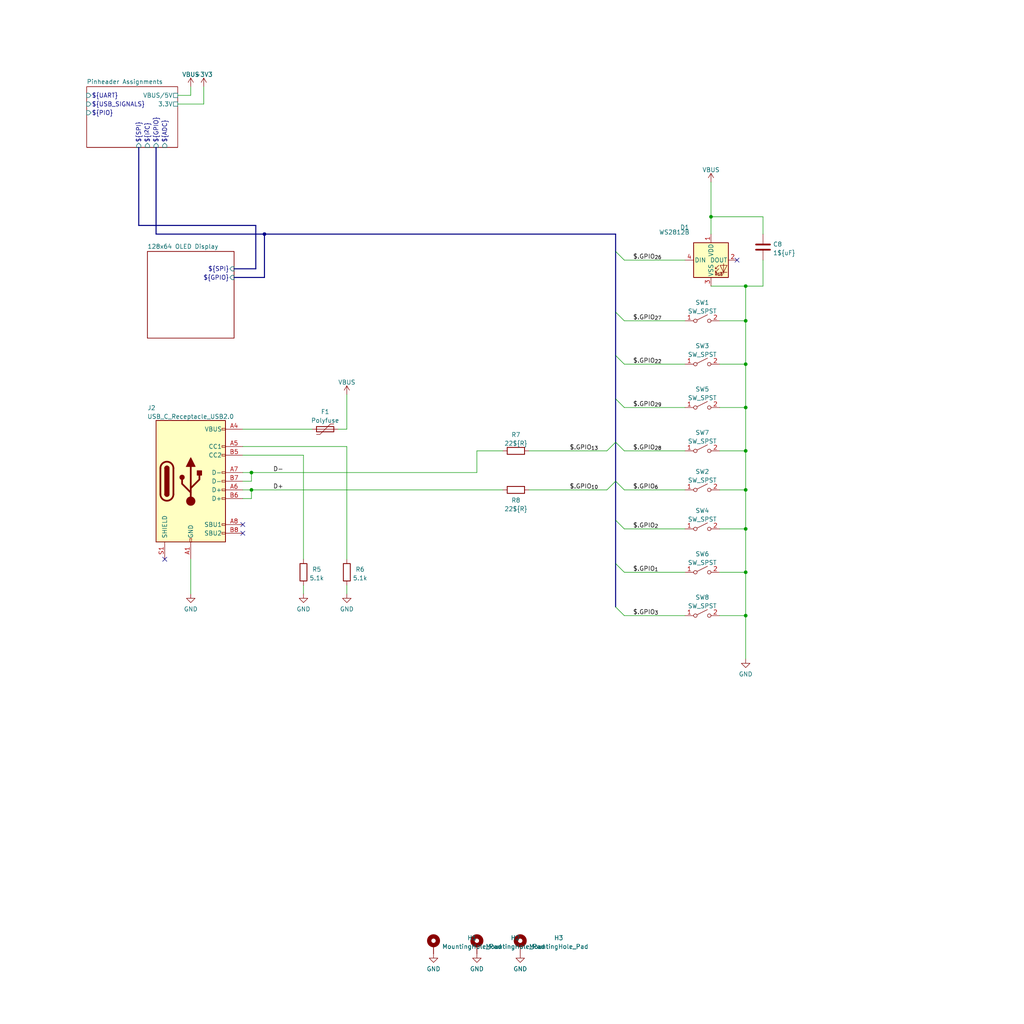
<source format=kicad_sch>
(kicad_sch (version 20211123) (generator eeschema)
  (paper "User" 299.999 299.999)
  (title_block (title "BOARD_NAME") (date "2022-06-23") (rev "1.0.0") (company "Michael W. Lloyd"))
  (lib_symbols
    (symbol "1.Power.Fuses:Polyfuse" (pin_numbers hide) (pin_names (offset 0))
      (property "Reference" "F" (at -2.54 0 90))
      (property "Value" "Polyfuse" (at 2.54 0 90))
      (symbol "Polyfuse_0_1"
        (rectangle (start -0.762 2.54) (end 0.762 -2.54) (stroke (width 0.254)))
        (polyline (pts (xy 0 2.54) (xy 0 -2.54)))
        (polyline (pts (xy -1.524 2.54) (xy -1.524 1.524) (xy 1.524 -1.524) (xy 1.524 -2.54)))
      )
      (symbol "Polyfuse_1_1"
        (pin passive line (at 0 3.81 270) (length 1.27) (name "~") (number "1"))
        (pin passive line (at 0 -3.81 90) (length 1.27) (name "~") (number "2"))
      )
    )
    (symbol "4ms_Power-symbol:+3.3V" (power) (pin_names (offset 0))
      (property "Value" "+3.3V" (at 0 3.556 0))
      (symbol "+3.3V_0_1"
        (polyline (pts (xy -0.762 1.27) (xy 0 2.54)))
        (polyline (pts (xy 0 0) (xy 0 2.54)))
        (polyline (pts (xy 0 2.54) (xy 0.762 1.27)))
      )
      (symbol "+3.3V_1_1"
        (pin power_in line (at 0 0 90) (length 0) hide (name "+3V3") (number "1"))
      )
    )
    (symbol "4ms_Power-symbol:GND" (power) (pin_names (offset 0))
      (property "Value" "GND" (at 0 -3.81 0))
      (symbol "GND_0_1"
        (polyline (pts (xy 0 0) (xy 0 -1.27) (xy 1.27 -1.27) (xy 0 -2.54) (xy -1.27 -1.27) (xy 0 -1.27)))
      )
      (symbol "GND_1_1"
        (pin power_in line (at 0 0 270) (length 0) hide (name "GND") (number "1"))
      )
    )
    (symbol "Connector:USB_C_Receptacle_USB2.0" (pin_names (offset 1.016))
      (property "Reference" "J" (at -10.16 19.05 0))
      (property "Value" "USB_C_Receptacle_USB2.0" (at 19.05 19.05 0))
      (symbol "USB_C_Receptacle_USB2.0_0_0"
        (rectangle (start -0.254 -17.78) (end 0.254 -16.764))
        (rectangle (start 10.16 -14.986) (end 9.144 -15.494))
        (rectangle (start 10.16 -12.446) (end 9.144 -12.954))
        (rectangle (start 10.16 -4.826) (end 9.144 -5.334))
        (rectangle (start 10.16 -2.286) (end 9.144 -2.794))
        (rectangle (start 10.16 0.254) (end 9.144 -0.254))
        (rectangle (start 10.16 2.794) (end 9.144 2.286))
        (rectangle (start 10.16 7.874) (end 9.144 7.366))
        (rectangle (start 10.16 10.414) (end 9.144 9.906))
        (rectangle (start 10.16 15.494) (end 9.144 14.986))
      )
      (symbol "USB_C_Receptacle_USB2.0_0_1"
        (rectangle (start -10.16 17.78) (end 10.16 -17.78) (stroke (width 0.254)) (fill (type background)))
        (arc (start -8.89 -3.81) (mid -6.985 -5.715) (end -5.08 -3.81) (stroke (width 0.508)))
        (arc (start -7.62 -3.81) (mid -6.985 -4.445) (end -6.35 -3.81) (stroke (width 0.254)))
        (arc (start -7.62 -3.81) (mid -6.985 -4.445) (end -6.35 -3.81) (stroke (width 0.254)) (fill (type outline)))
        (rectangle (start -7.62 -3.81) (end -6.35 3.81) (stroke (width 0.254)) (fill (type outline)))
        (arc (start -6.35 3.81) (mid -6.985 4.445) (end -7.62 3.81) (stroke (width 0.254)))
        (arc (start -6.35 3.81) (mid -6.985 4.445) (end -7.62 3.81) (stroke (width 0.254)) (fill (type outline)))
        (arc (start -5.08 3.81) (mid -6.985 5.715) (end -8.89 3.81) (stroke (width 0.508)))
        (circle (center -2.54 1.143) (radius 0.635) (stroke (width 0.254)) (fill (type outline)))
        (circle (center 0 -5.842) (radius 1.27) (fill (type outline)))
        (polyline (pts (xy -8.89 -3.81) (xy -8.89 3.81)) (stroke (width 0.508)))
        (polyline (pts (xy -5.08 3.81) (xy -5.08 -3.81)) (stroke (width 0.508)))
        (polyline (pts (xy 0 -5.842) (xy 0 4.318)) (stroke (width 0.508)))
        (polyline (pts (xy 0 -3.302) (xy -2.54 -0.762) (xy -2.54 0.508)) (stroke (width 0.508)))
        (polyline (pts (xy 0 -2.032) (xy 2.54 0.508) (xy 2.54 1.778)) (stroke (width 0.508)))
        (polyline (pts (xy -1.27 4.318) (xy 0 6.858) (xy 1.27 4.318) (xy -1.27 4.318)) (stroke (width 0.254)) (fill (type outline)))
        (rectangle (start 1.905 1.778) (end 3.175 3.048) (stroke (width 0.254)) (fill (type outline)))
      )
      (symbol "USB_C_Receptacle_USB2.0_1_1"
        (pin passive line (at 0 -22.86 90) (length 5.08) (name "GND") (number "A1"))
        (pin passive line (at 0 -22.86 90) (length 5.08) hide (name "GND") (number "A12"))
        (pin passive line (at 15.24 15.24 180) (length 5.08) (name "VBUS") (number "A4"))
        (pin bidirectional line (at 15.24 10.16 180) (length 5.08) (name "CC1") (number "A5"))
        (pin bidirectional line (at 15.24 -2.54 180) (length 5.08) (name "D+") (number "A6"))
        (pin bidirectional line (at 15.24 2.54 180) (length 5.08) (name "D-") (number "A7"))
        (pin bidirectional line (at 15.24 -12.7 180) (length 5.08) (name "SBU1") (number "A8"))
        (pin passive line (at 15.24 15.24 180) (length 5.08) hide (name "VBUS") (number "A9"))
        (pin passive line (at 0 -22.86 90) (length 5.08) hide (name "GND") (number "B1"))
        (pin passive line (at 0 -22.86 90) (length 5.08) hide (name "GND") (number "B12"))
        (pin passive line (at 15.24 15.24 180) (length 5.08) hide (name "VBUS") (number "B4"))
        (pin bidirectional line (at 15.24 7.62 180) (length 5.08) (name "CC2") (number "B5"))
        (pin bidirectional line (at 15.24 -5.08 180) (length 5.08) (name "D+") (number "B6"))
        (pin bidirectional line (at 15.24 0 180) (length 5.08) (name "D-") (number "B7"))
        (pin bidirectional line (at 15.24 -15.24 180) (length 5.08) (name "SBU2") (number "B8"))
        (pin passive line (at 15.24 15.24 180) (length 5.08) hide (name "VBUS") (number "B9"))
        (pin passive line (at -7.62 -22.86 90) (length 5.08) (name "SHIELD") (number "S1"))
      )
    )
    (symbol "Device:C" (pin_numbers hide) (pin_names (offset 0.254))
      (property "Reference" "C" (at 0.635 2.54 0))
      (property "Value" "C" (at 0.635 -2.54 0))
      (symbol "C_0_1"
        (polyline (pts (xy -2.032 -0.762) (xy 2.032 -0.762)) (stroke (width 0.508)))
        (polyline (pts (xy -2.032 0.762) (xy 2.032 0.762)) (stroke (width 0.508)))
      )
      (symbol "C_1_1"
        (pin passive line (at 0 3.81 270) (length 2.794) (name "~") (number "1"))
        (pin passive line (at 0 -3.81 90) (length 2.794) (name "~") (number "2"))
      )
    )
    (symbol "Device:R" (pin_numbers hide) (pin_names (offset 0))
      (property "Reference" "R" (at 2.032 0 90))
      (property "Value" "R" (at 0 0 90))
      (symbol "R_0_1"
        (rectangle (start -1.016 -2.54) (end 1.016 2.54) (stroke (width 0.254)))
      )
      (symbol "R_1_1"
        (pin passive line (at 0 3.81 270) (length 1.27) (name "~") (number "1"))
        (pin passive line (at 0 -3.81 90) (length 1.27) (name "~") (number "2"))
      )
    )
    (symbol "LED:WS2812B" (pin_names (offset 0.254))
      (property "Reference" "D" (at 5.08 5.715 0))
      (property "Value" "WS2812B" (at 1.27 -5.715 0))
      (symbol "WS2812B_0_0"
        (text "RGB" (at 2.286 -4.191 0) (effects (font (size 0.762 0.762))))
      )
      (symbol "WS2812B_0_1"
        (polyline (pts (xy 1.27 -3.556) (xy 1.778 -3.556)))
        (polyline (pts (xy 1.27 -2.54) (xy 1.778 -2.54)))
        (polyline (pts (xy 4.699 -3.556) (xy 2.667 -3.556)))
        (polyline (pts (xy 2.286 -2.54) (xy 1.27 -3.556) (xy 1.27 -3.048)))
        (polyline (pts (xy 2.286 -1.524) (xy 1.27 -2.54) (xy 1.27 -2.032)))
        (polyline (pts (xy 3.683 -1.016) (xy 3.683 -3.556) (xy 3.683 -4.064)))
        (polyline (pts (xy 4.699 -1.524) (xy 2.667 -1.524) (xy 3.683 -3.556) (xy 4.699 -1.524)))
        (rectangle (start 5.08 5.08) (end -5.08 -5.08) (stroke (width 0.254)) (fill (type background)))
      )
      (symbol "WS2812B_1_1"
        (pin power_in line (at 0 7.62 270) (length 2.54) (name "VDD") (number "1"))
        (pin output line (at 7.62 0 180) (length 2.54) (name "DOUT") (number "2"))
        (pin power_in line (at 0 -7.62 90) (length 2.54) (name "VSS") (number "3"))
        (pin input line (at -7.62 0 0) (length 2.54) (name "DIN") (number "4"))
      )
    )
    (symbol "Mechanical:MountingHole_Pad" (pin_numbers hide) (pin_names (offset 1.016) hide)
      (property "Reference" "H" (at 0 6.35 0))
      (property "Value" "MountingHole_Pad" (at 0 4.445 0))
      (symbol "MountingHole_Pad_0_1"
        (circle (center 0 1.27) (radius 1.27) (stroke (width 1.27)))
      )
      (symbol "MountingHole_Pad_1_1"
        (pin input line (at 0 -2.54 90) (length 2.54) (name "1") (number "1"))
      )
    )
    (symbol "Switch:SW_SPST" (pin_names (offset 0) hide)
      (property "Reference" "SW" (at 0 3.175 0))
      (property "Value" "SW_SPST" (at 0 -2.54 0))
      (symbol "SW_SPST_0_0"
        (circle (center -2.032 0) (radius 0.508))
        (polyline (pts (xy -1.524 0.254) (xy 1.524 1.778)))
        (circle (center 2.032 0) (radius 0.508))
      )
      (symbol "SW_SPST_1_1"
        (pin passive line (at -5.08 0 0) (length 2.54) (name "A") (number "1"))
        (pin passive line (at 5.08 0 180) (length 2.54) (name "B") (number "2"))
      )
    )
    (symbol "power:VBUS" (power) (pin_names (offset 0))
      (property "Value" "VBUS" (at 0 3.81 0))
      (symbol "VBUS_0_1"
        (polyline (pts (xy -0.762 1.27) (xy 0 2.54)))
        (polyline (pts (xy 0 0) (xy 0 2.54)))
        (polyline (pts (xy 0 2.54) (xy 0.762 1.27)))
      )
      (symbol "VBUS_1_1"
        (pin power_in line (at 0 0 90) (length 0) hide (name "VBUS") (number "1"))
      )
    )
  )
  (junction (at 218.44 119.38))
  (junction (at 218.44 167.64))
  (junction (at 218.44 93.98))
  (junction (at 218.44 180.34))
  (junction (at 218.44 83.82))
  (junction (at 218.44 132.08))
  (junction (at 73.66 143.51))
  (junction (at 73.66 138.43))
  (junction (at 218.44 154.94))
  (junction (at 218.44 106.68))
  (junction (at 208.28 63.5))
  (junction (at 218.44 143.51))
  (junction (at 77.47 68.58))
  (no_connect (at 48.26 163.83))
  (no_connect (at 215.9 76.2))
  (no_connect (at 71.12 156.21))
  (no_connect (at 71.12 153.67))
  (bus_entry (at 180.34 129.54) (size -2.54 2.54))
  (bus_entry (at 180.34 165.1) (size 2.54 2.54))
  (bus_entry (at 180.34 129.54) (size 2.54 2.54))
  (bus_entry (at 180.34 152.4) (size 2.54 2.54))
  (bus_entry (at 180.34 116.84) (size 2.54 2.54))
  (bus_entry (at 180.34 177.8) (size 2.54 2.54))
  (bus_entry (at 180.34 140.97) (size -2.54 2.54))
  (bus_entry (at 180.34 91.44) (size 2.54 2.54))
  (bus_entry (at 180.34 104.14) (size 2.54 2.54))
  (bus_entry (at 180.34 73.66) (size 2.54 2.54))
  (bus_entry (at 180.34 140.97) (size 2.54 2.54))
  (wire (pts (xy 101.6 171.45) (xy 101.6 173.99)))
  (wire (pts (xy 71.12 146.05) (xy 73.66 146.05)))
  (wire (pts (xy 182.88 93.98) (xy 200.66 93.98)))
  (wire (pts (xy 208.28 53.34) (xy 208.28 63.5)))
  (wire (pts (xy 154.94 132.08) (xy 177.8 132.08)))
  (bus (pts (xy 45.72 68.58) (xy 77.47 68.58)))
  (wire (pts (xy 182.88 154.94) (xy 200.66 154.94)))
  (wire (pts (xy 73.66 140.97) (xy 71.12 140.97)))
  (wire (pts (xy 210.82 93.98) (xy 218.44 93.98)))
  (bus (pts (xy 74.93 78.74) (xy 74.93 66.04)))
  (bus (pts (xy 180.34 73.66) (xy 180.34 91.44)))
  (bus (pts (xy 180.34 91.44) (xy 180.34 104.14)))
  (wire (pts (xy 99.06 125.73) (xy 101.6 125.73)))
  (wire (pts (xy 182.88 119.38) (xy 200.66 119.38)))
  (wire (pts (xy 218.44 132.08) (xy 210.82 132.08)))
  (wire (pts (xy 59.69 30.48) (xy 59.69 25.4)))
  (bus (pts (xy 180.34 116.84) (xy 180.34 129.54)))
  (bus (pts (xy 180.34 129.54) (xy 180.34 140.97)))
  (wire (pts (xy 218.44 119.38) (xy 218.44 132.08)))
  (wire (pts (xy 52.07 30.48) (xy 59.69 30.48)))
  (bus (pts (xy 77.47 68.58) (xy 180.34 68.58)))
  (wire (pts (xy 218.44 106.68) (xy 218.44 119.38)))
  (wire (pts (xy 223.52 83.82) (xy 218.44 83.82)))
  (bus (pts (xy 180.34 104.14) (xy 180.34 116.84)))
  (wire (pts (xy 218.44 93.98) (xy 218.44 106.68)))
  (wire (pts (xy 208.28 83.82) (xy 218.44 83.82)))
  (bus (pts (xy 45.72 43.18) (xy 45.72 68.58)))
  (wire (pts (xy 55.88 27.94) (xy 52.07 27.94)))
  (wire (pts (xy 218.44 83.82) (xy 218.44 93.98)))
  (wire (pts (xy 218.44 167.64) (xy 218.44 180.34)))
  (wire (pts (xy 182.88 167.64) (xy 200.66 167.64)))
  (wire (pts (xy 218.44 132.08) (xy 218.44 143.51)))
  (bus (pts (xy 40.64 43.18) (xy 40.64 66.04)))
  (wire (pts (xy 210.82 119.38) (xy 218.44 119.38)))
  (wire (pts (xy 71.12 130.81) (xy 101.6 130.81)))
  (bus (pts (xy 77.47 68.58) (xy 77.47 81.28)))
  (wire (pts (xy 55.88 173.99) (xy 55.88 163.83)))
  (bus (pts (xy 180.34 165.1) (xy 180.34 177.8)))
  (wire (pts (xy 210.82 143.51) (xy 218.44 143.51)))
  (wire (pts (xy 71.12 133.35) (xy 88.9 133.35)))
  (wire (pts (xy 101.6 130.81) (xy 101.6 163.83)))
  (wire (pts (xy 218.44 180.34) (xy 218.44 193.04)))
  (bus (pts (xy 40.64 66.04) (xy 74.93 66.04)))
  (wire (pts (xy 101.6 125.73) (xy 101.6 115.57)))
  (wire (pts (xy 210.82 167.64) (xy 218.44 167.64)))
  (wire (pts (xy 182.88 180.34) (xy 200.66 180.34)))
  (bus (pts (xy 180.34 68.58) (xy 180.34 73.66)))
  (wire (pts (xy 139.7 138.43) (xy 139.7 132.08)))
  (wire (pts (xy 182.88 132.08) (xy 200.66 132.08)))
  (wire (pts (xy 223.52 63.5) (xy 223.52 68.58)))
  (wire (pts (xy 73.66 138.43) (xy 139.7 138.43)))
  (wire (pts (xy 88.9 171.45) (xy 88.9 173.99)))
  (wire (pts (xy 182.88 106.68) (xy 200.66 106.68)))
  (wire (pts (xy 182.88 76.2) (xy 200.66 76.2)))
  (wire (pts (xy 73.66 143.51) (xy 71.12 143.51)))
  (wire (pts (xy 210.82 154.94) (xy 218.44 154.94)))
  (wire (pts (xy 210.82 106.68) (xy 218.44 106.68)))
  (bus (pts (xy 180.34 152.4) (xy 180.34 165.1)))
  (wire (pts (xy 218.44 143.51) (xy 218.44 154.94)))
  (wire (pts (xy 218.44 180.34) (xy 210.82 180.34)))
  (wire (pts (xy 208.28 63.5) (xy 208.28 68.58)))
  (wire (pts (xy 88.9 133.35) (xy 88.9 163.83)))
  (wire (pts (xy 71.12 125.73) (xy 91.44 125.73)))
  (bus (pts (xy 68.58 78.74) (xy 74.93 78.74)))
  (wire (pts (xy 73.66 143.51) (xy 147.32 143.51)))
  (wire (pts (xy 154.94 143.51) (xy 177.8 143.51)))
  (wire (pts (xy 73.66 140.97) (xy 73.66 138.43)))
  (wire (pts (xy 73.66 138.43) (xy 71.12 138.43)))
  (wire (pts (xy 73.66 146.05) (xy 73.66 143.51)))
  (wire (pts (xy 208.28 63.5) (xy 223.52 63.5)))
  (bus (pts (xy 77.47 81.28) (xy 68.58 81.28)))
  (wire (pts (xy 218.44 154.94) (xy 218.44 167.64)))
  (wire (pts (xy 223.52 76.2) (xy 223.52 83.82)))
  (wire (pts (xy 55.88 25.4) (xy 55.88 27.94)))
  (bus (pts (xy 180.34 140.97) (xy 180.34 152.4)))
  (wire (pts (xy 182.88 143.51) (xy 200.66 143.51)))
  (wire (pts (xy 139.7 132.08) (xy 147.32 132.08)))
  (label "$.GPIO_{28}" (at 185.42 132.08 0))
  (label "$.GPIO_{1}" (at 185.42 167.64 0))
  (label "$.GPIO_{2}" (at 185.42 154.94 0))
  (label "$.GPIO_{26}" (at 185.42 76.2 0))
  (label "$.GPIO_{6}" (at 185.42 143.51 0))
  (label "$.GPIO_{22}" (at 185.42 106.68 0))
  (label "$.GPIO_{13}" (at 175.26 132.08 180))
  (label "$.GPIO_{3}" (at 185.42 180.34 0))
  (label "D-" (at 80.01 138.43 0))
  (label "D+" (at 80.01 143.51 0))
  (label "$.GPIO_{10}" (at 175.26 143.51 180))
  (label "$.GPIO_{27}" (at 185.42 93.98 0))
  (label "$.GPIO_{29}" (at 185.42 119.38 0))
  (symbol (lib_id "Switch:SW_SPST") (at 205.74 132.08 0) (unit 1)
    (property "Reference" "SW7" (at 205.74 126.7292 0))
    (property "Value" "SW_SPST" (at 205.74 129.2661 0))
    (property "Footprint" "0:SW_Cherry_MX_PCB" (effects hide))
  )
  (symbol (lib_id "power:VBUS") (at 101.6 115.57 0) (unit 1)
    (property "Reference" "#PWR0115" (effects hide))
    (property "Value" "VBUS" (at 101.6 111.9942 0))
  )
  (symbol (lib_id "Switch:SW_SPST") (at 205.74 93.98 0) (unit 1)
    (property "Reference" "SW1" (at 205.74 88.6292 0))
    (property "Value" "SW_SPST" (at 205.74 91.1661 0))
    (property "Footprint" "0:SW_Cherry_MX_PCB" (effects hide))
  )
  (symbol (lib_id "4ms_Power-symbol:GND") (at 101.6 173.99 0) (unit 1)
    (property "Reference" "#PWR0118" (effects hide))
    (property "Value" "GND" (at 101.6 178.4334 0))
  )
  (symbol (lib_id "Switch:SW_SPST") (at 205.74 119.38 0) (unit 1)
    (property "Reference" "SW5" (at 205.74 114.0292 0))
    (property "Value" "SW_SPST" (at 205.74 116.5661 0))
    (property "Footprint" "0:SW_Cherry_MX_PCB" (effects hide))
  )
  (symbol (lib_id "power:VBUS") (at 208.28 53.34 0) (unit 1)
    (property "Reference" "#PWR0102" (effects hide))
    (property "Value" "VBUS" (at 208.28 49.7642 0))
  )
  (symbol (lib_id "Switch:SW_SPST") (at 205.74 106.68 0) (unit 1)
    (property "Reference" "SW3" (at 205.74 101.3292 0))
    (property "Value" "SW_SPST" (at 205.74 103.8661 0))
    (property "Footprint" "0:SW_Cherry_MX_PCB" (effects hide))
  )
  (symbol (lib_id "LED:WS2812B") (at 208.28 76.2 0) (unit 1)
    (property "Reference" "D1" (at 201.93 67.31 0) (effects (justify right bottom)))
    (property "Value" "WS2812B" (at 193.04 67.31 0) (effects (justify left top)))
    (property "Footprint" "LED_SMD:LED_WS2812B_PLCC4_5.0x5.0mm_P3.2mm" (effects hide))
    (property "Datasheet" "https://cdn-shop.adafruit.com/datasheets/WS2812B.pdf" (effects hide))
  )
  (symbol (lib_id "1.Power.Fuses:Polyfuse") (at 95.25 125.73 90) (unit 1)
    (property "Reference" "F1" (at 95.25 120.6332 90))
    (property "Value" "Polyfuse" (at 95.25 123.1701 90))
    (property "Footprint" "Fuse:Fuse_1210_3225Metric" (effects hide))
  )
  (symbol (lib_id "Switch:SW_SPST") (at 205.74 154.94 0) (unit 1)
    (property "Reference" "SW4" (at 205.74 149.5892 0))
    (property "Value" "SW_SPST" (at 205.74 152.1261 0))
    (property "Footprint" "0:SW_Cherry_MX_PCB" (effects hide))
  )
  (symbol (lib_id "4ms_Power-symbol:GND") (at 218.44 193.04 0) (unit 1)
    (property "Reference" "#PWR0101" (effects hide))
    (property "Value" "GND" (at 218.44 197.4834 0))
  )
  (symbol (lib_id "power:VBUS") (at 55.88 25.4 0) (unit 1)
    (property "Reference" "#PWR0123" (effects hide))
    (property "Value" "VBUS" (at 55.88 21.8242 0))
  )
  (symbol (lib_id "4ms_Power-symbol:GND") (at 55.88 173.99 0) (unit 1)
    (property "Reference" "#PWR0116" (effects hide))
    (property "Value" "GND" (at 55.88 178.4334 0))
  )
  (symbol (lib_id "4ms_Power-symbol:GND") (at 127 279.4 0) (unit 1)
    (property "Reference" "#PWR0121" (effects hide))
    (property "Value" "GND" (at 127 283.8434 0))
  )
  (symbol (lib_id "Device:R") (at 101.6 167.64 0) (unit 1)
    (property "Reference" "R6" (at 105.4833 166.8053 0))
    (property "Value" "5.1k" (at 105.4833 169.3422 0))
    (property "Footprint" "Resistor_SMD:R_0603_1608Metric" (effects hide))
  )
  (symbol (lib_id "4ms_Power-symbol:GND") (at 139.7 279.4 0) (unit 1)
    (property "Reference" "#PWR0120" (effects hide))
    (property "Value" "GND" (at 139.7 283.8434 0))
  )
  (symbol (lib_id "4ms_Power-symbol:+3.3V") (at 59.69 25.4 0) (unit 1)
    (property "Reference" "#PWR0122" (effects hide))
    (property "Value" "+3.3V" (at 59.69 21.8242 0))
  )
  (symbol (lib_id "Switch:SW_SPST") (at 205.74 143.51 0) (unit 1)
    (property "Reference" "SW2" (at 205.74 138.1592 0))
    (property "Value" "SW_SPST" (at 205.74 140.6961 0))
    (property "Footprint" "0:SW_Cherry_MX_PCB" (effects hide))
  )
  (symbol (lib_id "Device:R") (at 151.13 143.51 90) (unit 1)
    (property "Reference" "R8" (at 151.13 146.5564 90))
    (property "Value" "22${R}" (at 151.13 149.0933 90))
    (property "Footprint" "Resistor_SMD:R_0603_1608Metric" (effects hide))
  )
  (symbol (lib_id "Device:R") (at 88.9 167.64 0) (unit 1)
    (property "Reference" "R5" (at 92.7833 166.8053 0))
    (property "Value" "5.1k" (at 92.7833 169.3422 0))
    (property "Footprint" "Resistor_SMD:R_0603_1608Metric" (effects hide))
  )
  (symbol (lib_id "Mechanical:MountingHole_Pad") (at 152.4 276.86 0) (unit 1)
    (property "Reference" "H3" (at 163.6675 274.7553 0))
    (property "Value" "MountingHole_Pad" (at 163.6675 277.2922 0))
    (property "Footprint" "MountingHole:MountingHole_3.2mm_M3_ISO7380_Pad" (effects hide))
  )
  (symbol (lib_id "Connector:USB_C_Receptacle_USB2.0") (at 55.88 140.97 0) (unit 1)
    (property "Reference" "J2" (at 43.1913 119.4902 0) (effects (justify left)))
    (property "Value" "USB_C_Receptacle_USB2.0" (at 68.5687 122.0271 0) (effects (justify right)))
    (property "Footprint" "Connector_USB:USB_C_Receptacle_Palconn_UTC16-G" (effects hide))
    (property "Datasheet" "https://www.usb.org/sites/default/files/documents/usb_type-c.zip" (effects hide))
  )
  (symbol (lib_id "4ms_Power-symbol:GND") (at 152.4 279.4 0) (unit 1)
    (property "Reference" "#PWR0119" (effects hide))
    (property "Value" "GND" (at 152.4 283.8434 0))
  )
  (symbol (lib_id "Mechanical:MountingHole_Pad") (at 127 276.86 0) (unit 1)
    (property "Reference" "H1" (at 138.2675 274.7553 0))
    (property "Value" "MountingHole_Pad" (at 138.2675 277.2922 0))
    (property "Footprint" "MountingHole:MountingHole_3.2mm_M3_ISO7380_Pad" (effects hide))
  )
  (symbol (lib_id "Mechanical:MountingHole_Pad") (at 139.7 276.86 0) (unit 1)
    (property "Reference" "H2" (at 150.9675 274.7553 0))
    (property "Value" "MountingHole_Pad" (at 150.9675 277.2922 0))
    (property "Footprint" "MountingHole:MountingHole_3.2mm_M3_ISO7380_Pad" (effects hide))
  )
  (symbol (lib_id "Device:R") (at 151.13 132.08 90) (unit 1)
    (property "Reference" "R7" (at 151.13 127.3642 90))
    (property "Value" "22${R}" (at 151.13 129.9011 90))
    (property "Footprint" "Resistor_SMD:R_0603_1608Metric" (effects hide))
  )
  (symbol (lib_id "Switch:SW_SPST") (at 205.74 167.64 0) (unit 1)
    (property "Reference" "SW6" (at 205.74 162.2892 0))
    (property "Value" "SW_SPST" (at 205.74 164.8261 0))
    (property "Footprint" "0:SW_Cherry_MX_PCB" (effects hide))
  )
  (symbol (lib_id "4ms_Power-symbol:GND") (at 88.9 173.99 0) (unit 1)
    (property "Reference" "#PWR0117" (effects hide))
    (property "Value" "GND" (at 88.9 178.4334 0))
  )
  (symbol (lib_id "Device:C") (at 223.52 72.39 0) (unit 1)
    (property "Reference" "C8" (at 226.441 71.5553 0) (effects (justify left)))
    (property "Value" "1${uF}" (at 226.441 74.0922 0) (effects (justify left)))
    (property "Footprint" "Capacitor_SMD:C_1206_3216Metric" (effects hide))
    (property "Dielectric" "X5R" (effects hide))
    (property "MaxVoltage" "16" (effects hide))
  )
  (symbol (lib_id "Switch:SW_SPST") (at 205.74 180.34 0) (unit 1)
    (property "Reference" "SW8" (at 205.74 174.9892 0))
    (property "Value" "SW_SPST" (at 205.74 177.5261 0))
    (property "Footprint" "0:SW_Cherry_MX_PCB" (effects hide))
  )
  (sheet (at 43.18 73.66) (size 25.4 25.4) (stroke (width 0.1524))
    (property "Sheet name" "128x64 OLED Display" (at 43.18 72.9484 0) (effects (justify left bottom)))
    (property "Sheet file" "sch/oled_refdes.kicad_sch" (effects hide))
    (pin "${SPI}" input (at 68.58 78.74 0))
    (pin "${GPIO}" input (at 68.58 81.28 0))
  )
  (sheet (at 25.4 25.4) (size 26.67 17.78) (stroke (width 0.1524))
    (property "Sheet name" "Pinheader Assignments" (at 25.4 24.6884 0) (effects (justify left bottom)))
    (property "Sheet file" "sch/pinheader_assignments.kicad_sch" (effects hide))
    (pin "VBUS{slash}5V" passive (at 52.07 27.94 0))
    (pin "${USB_SIGNALS}" input (at 25.4 30.48 180))
    (pin "3.3V" passive (at 52.07 30.48 0))
    (pin "${ADC}" input (at 48.26 43.18 270))
    (pin "${I^{2}C}" input (at 43.18 43.18 270))
    (pin "${UART}" input (at 25.4 27.94 180))
    (pin "${SPI}" input (at 40.64 43.18 270))
    (pin "${PIO}" input (at 25.4 33.02 180))
    (pin "${GPIO}" input (at 45.72 43.18 270))
  )
)
</source>
